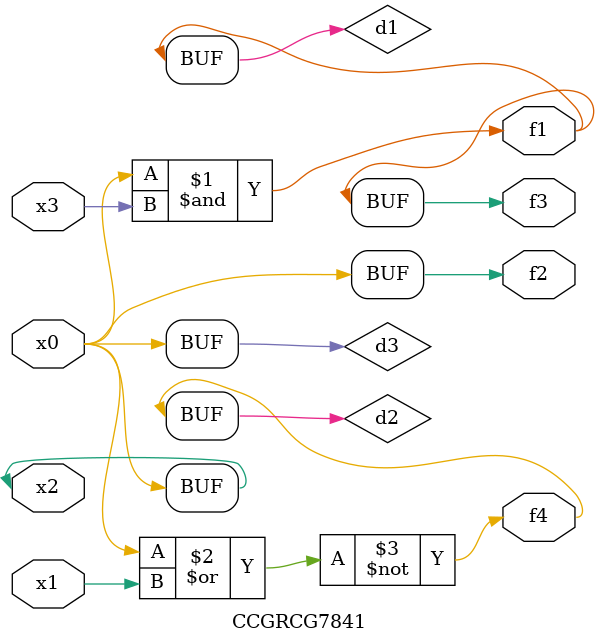
<source format=v>
module CCGRCG7841(
	input x0, x1, x2, x3,
	output f1, f2, f3, f4
);

	wire d1, d2, d3;

	and (d1, x2, x3);
	nor (d2, x0, x1);
	buf (d3, x0, x2);
	assign f1 = d1;
	assign f2 = d3;
	assign f3 = d1;
	assign f4 = d2;
endmodule

</source>
